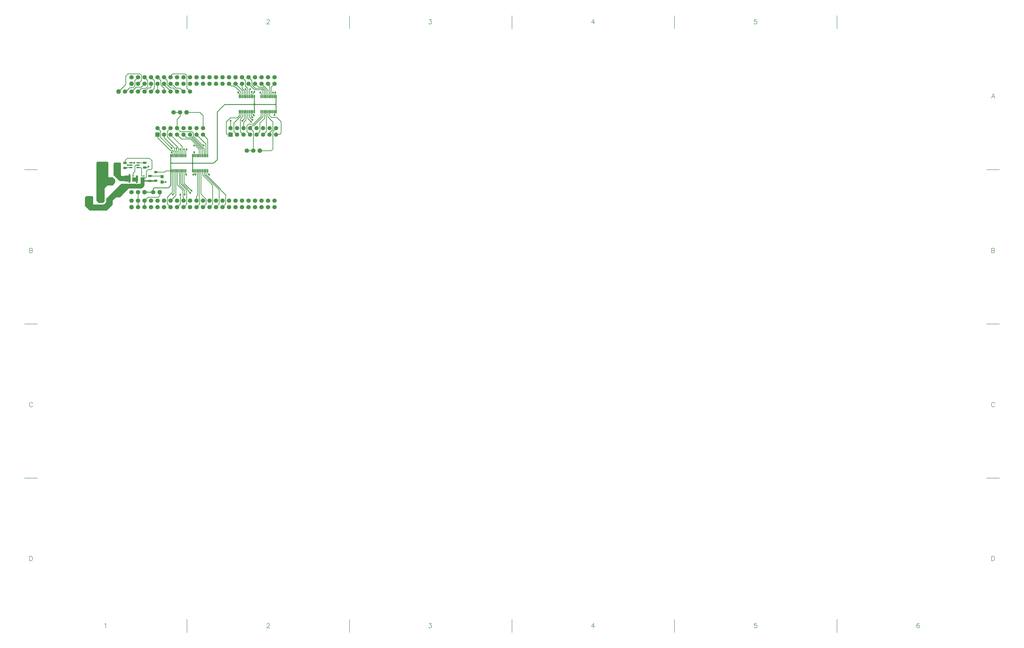
<source format=gtl>
G04*
G04 #@! TF.GenerationSoftware,Altium Limited,Altium Designer,22.10.1 (41)*
G04*
G04 Layer_Physical_Order=1*
G04 Layer_Color=255*
%FSLAX43Y43*%
%MOMM*%
G71*
G04*
G04 #@! TF.SameCoordinates,A9E92A4C-3054-4B5A-B43F-CED4EE29FA58*
G04*
G04*
G04 #@! TF.FilePolarity,Positive*
G04*
G01*
G75*
%ADD10C,0.250*%
%ADD15C,0.127*%
%ADD16C,0.178*%
%ADD17R,0.660X0.420*%
%ADD18R,0.650X0.420*%
G04:AMPARAMS|DCode=19|XSize=1.4mm|YSize=0.9mm|CornerRadius=0.225mm|HoleSize=0mm|Usage=FLASHONLY|Rotation=180.000|XOffset=0mm|YOffset=0mm|HoleType=Round|Shape=RoundedRectangle|*
%AMROUNDEDRECTD19*
21,1,1.400,0.450,0,0,180.0*
21,1,0.950,0.900,0,0,180.0*
1,1,0.450,-0.475,0.225*
1,1,0.450,0.475,0.225*
1,1,0.450,0.475,-0.225*
1,1,0.450,-0.475,-0.225*
%
%ADD19ROUNDEDRECTD19*%
%ADD20R,1.150X0.550*%
%ADD21O,0.450X1.450*%
%ADD22R,1.200X0.900*%
%ADD23R,1.200X1.200*%
%ADD24R,0.762X0.305*%
%ADD41C,0.350*%
%ADD42C,0.500*%
%ADD43C,2.000*%
%ADD44C,1.700*%
%ADD45P,1.840X8X22.5*%
%ADD46C,1.676*%
%ADD47R,1.676X1.676*%
%ADD48C,2.200*%
%ADD49O,2.500X5.000*%
%ADD50O,2.500X4.500*%
%ADD51O,4.500X2.500*%
%ADD52C,0.700*%
G36*
X76379Y42037D02*
X76029Y41512D01*
X76025Y41578D01*
X76015Y41638D01*
X75997Y41690D01*
X75973Y41736D01*
X75941Y41775D01*
X75903Y41806D01*
X75857Y41831D01*
X75805Y41848D01*
X75746Y41859D01*
X75679Y41862D01*
X75679Y42212D01*
X75746Y42215D01*
X75805Y42226D01*
X75857Y42243D01*
X75903Y42268D01*
X75941Y42299D01*
X75973Y42338D01*
X75997Y42383D01*
X76015Y42436D01*
X76025Y42495D01*
X76029Y42562D01*
X76379Y42037D01*
X76379Y42037D02*
G37*
G36*
X67873Y42495D02*
X67884Y42436D01*
X67901Y42383D01*
X67926Y42338D01*
X67957Y42299D01*
X67996Y42268D01*
X68041Y42243D01*
X68094Y42226D01*
X68154Y42215D01*
X68220Y42212D01*
X68220Y41862D01*
X68154Y41859D01*
X68094Y41848D01*
X68041Y41831D01*
X67996Y41806D01*
X67957Y41775D01*
X67926Y41736D01*
X67901Y41690D01*
X67884Y41638D01*
X67873Y41578D01*
X67870Y41512D01*
X67520Y41512D01*
X67517Y41578D01*
X67506Y41638D01*
X67489Y41690D01*
X67464Y41736D01*
X67433Y41775D01*
X67394Y41806D01*
X67349Y41831D01*
X67296Y41848D01*
X67237Y41859D01*
X67170Y41862D01*
X67170Y42212D01*
X67237Y42215D01*
X67296Y42226D01*
X67349Y42243D01*
X67394Y42268D01*
X67433Y42299D01*
X67464Y42338D01*
X67489Y42383D01*
X67506Y42436D01*
X67517Y42495D01*
X67520Y42562D01*
X67870Y42562D01*
X67873Y42495D01*
X67873Y42495D02*
G37*
G36*
X43736Y19508D02*
X43746Y19449D01*
X43764Y19396D01*
X43788Y19351D01*
X43819Y19312D01*
X43858Y19281D01*
X43903Y19257D01*
X43956Y19239D01*
X44015Y19229D01*
X44082Y19225D01*
X44082Y18875D01*
X44015Y18872D01*
X43956Y18861D01*
X43903Y18844D01*
X43858Y18819D01*
X43819Y18788D01*
X43788Y18749D01*
X43764Y18704D01*
X43746Y18651D01*
X43736Y18591D01*
X43732Y18525D01*
X43382Y18525D01*
X43379Y18591D01*
X43368Y18651D01*
X43350Y18704D01*
X43326Y18749D01*
X43294Y18788D01*
X43256Y18819D01*
X43210Y18844D01*
X43158Y18861D01*
X43098Y18872D01*
X43032Y18875D01*
X43032Y19225D01*
X43098Y19229D01*
X43158Y19239D01*
X43210Y19257D01*
X43256Y19281D01*
X43294Y19312D01*
X43326Y19351D01*
X43350Y19396D01*
X43368Y19449D01*
X43379Y19508D01*
X43382Y19575D01*
X43732Y19575D01*
X43736Y19508D01*
X43736Y19508D02*
G37*
G36*
X35173Y19508D02*
X35183Y19449D01*
X35201Y19396D01*
X35225Y19351D01*
X35257Y19312D01*
X35295Y19281D01*
X35340Y19257D01*
X35393Y19239D01*
X35452Y19229D01*
X35519Y19225D01*
X35519Y18875D01*
X35452Y18872D01*
X35393Y18861D01*
X35340Y18844D01*
X35295Y18819D01*
X35257Y18788D01*
X35225Y18749D01*
X35201Y18704D01*
X35183Y18651D01*
X35173Y18591D01*
X35169Y18525D01*
X34819Y19050D01*
X35169Y19575D01*
X35173Y19508D01*
X35173Y19508D02*
G37*
G36*
X15572Y19016D02*
X15572Y19016D01*
X15572Y14370D01*
X15875Y14067D01*
X15875Y14056D01*
X14911Y12405D01*
X14712Y12380D01*
X12688Y14404D01*
X12688Y14602D01*
X12688Y14602D01*
X12688Y18998D01*
X13029Y19339D01*
X15248Y19339D01*
X15572Y19016D01*
X15572Y19016D02*
G37*
G36*
X22225Y11874D02*
X20066Y11874D01*
X20066Y13462D01*
X21362Y13462D01*
X21362Y14202D01*
X22225Y14202D01*
X22225Y11874D01*
X22225Y11874D02*
G37*
G36*
X19164Y14244D02*
X19344Y14244D01*
X19344Y11874D01*
X19164Y11874D01*
X19164Y11329D01*
X18594Y11329D01*
X18594Y11874D01*
X17514Y11874D01*
X17514Y14244D01*
X18594Y14244D01*
X18595Y14789D01*
X19164Y14789D01*
X19164Y14244D01*
X19164Y14244D02*
G37*
G36*
X23855Y13556D02*
X24486Y13556D01*
X24486Y13462D01*
X24638Y13462D01*
X24638Y11704D01*
X24638Y10017D01*
X23768Y9147D01*
X18586Y9147D01*
X15181Y5742D01*
X13589Y5742D01*
X12319Y4472D01*
X12319Y2794D01*
X10041Y516D01*
X3367Y516D01*
X1524Y2359D01*
X1524Y3048D01*
X1524Y5715D01*
X2032Y6223D01*
X4318Y6223D01*
X4699Y5842D01*
X4699Y3175D01*
X4953Y2921D01*
X8890Y2921D01*
X9779Y3810D01*
X9779Y5207D01*
X15597Y11025D01*
X18583Y11025D01*
X18594Y11023D01*
X18594Y11023D01*
X19164Y11023D01*
X19175Y11025D01*
X21304Y11025D01*
X21348Y10981D01*
X21497Y10896D01*
X21662Y10851D01*
X21833Y10851D01*
X21998Y10896D01*
X22147Y10981D01*
X22190Y11025D01*
X23057Y11025D01*
X23241Y11209D01*
X23241Y13337D01*
X23241Y13456D01*
X23343Y13558D01*
X23855Y13558D01*
X23855Y13556D01*
X23855Y13556D02*
G37*
G36*
X10280Y19679D02*
X10657Y19339D01*
X10652Y18288D01*
X10634Y13620D01*
X10634Y13535D01*
X10725Y13536D01*
X12411Y13536D01*
X13037Y12910D01*
X13037Y11025D01*
X12369Y10357D01*
X10294Y10357D01*
X9199Y9262D01*
X9199Y6665D01*
X9199Y6665D01*
X9199Y4115D01*
X8544Y3460D01*
X6906Y3460D01*
X6825Y3541D01*
X5969Y4397D01*
X5969Y6665D01*
X5969Y6665D01*
X5969Y19304D01*
X6350Y19685D01*
X10280Y19679D01*
X10280Y19679D02*
G37*
%LPC*%
G36*
X13122Y14399D02*
X13291Y14261D01*
X13551Y14121D01*
X13834Y14036D01*
X13978Y14022D01*
X13978Y14389D01*
X13122Y14399D01*
X13122Y14399D02*
G37*
G36*
X14278Y14385D02*
X14278Y14022D01*
X14422Y14036D01*
X14705Y14121D01*
X14965Y14261D01*
X15105Y14376D01*
X14278Y14385D01*
X14278Y14385D02*
G37*
%LPD*%
D10*
X74295Y24003D02*
X74904Y24612D01*
X74904Y31470D01*
X69850Y24003D02*
X74295Y24003D01*
X67310Y24003D02*
X67310Y31496D01*
X64770Y24003D02*
X67310Y24003D01*
X58293Y36830D02*
X60904Y36830D01*
X47625Y30226D02*
X49407Y28444D01*
X49407Y22000D02*
X49407Y28444D01*
X46355Y38989D02*
X47625Y37719D01*
X47625Y32766D02*
X47625Y37719D01*
X48757Y22000D02*
X48757Y26554D01*
X48107Y22000D02*
X48107Y24664D01*
X47429Y26049D02*
X47865Y26049D01*
X47879Y26035D01*
X45085Y30226D02*
X48757Y26554D01*
X43815Y29663D02*
X47429Y26049D01*
X44182Y23368D02*
X44207Y23343D01*
X47457Y22000D02*
X47457Y24607D01*
X46807Y22000D02*
X46807Y24550D01*
X46157Y22000D02*
X46157Y24493D01*
X44657Y25993D02*
X46157Y24493D01*
X44207Y22000D02*
X44207Y23343D01*
X53930Y3130D02*
X53930Y8779D01*
X54430Y8760D02*
X56470Y6720D01*
X51390Y3130D02*
X51390Y10526D01*
X56470Y3130D02*
X56470Y6720D01*
X52705Y1905D02*
X53930Y3130D01*
X55245Y1905D02*
X56470Y3130D01*
X50165Y1905D02*
X51390Y3130D01*
X52644Y4384D02*
X52705Y4445D01*
X49407Y15134D02*
X49407Y16100D01*
X48757Y14659D02*
X48757Y16100D01*
X49407Y15134D02*
X49982Y14559D01*
X48107Y14602D02*
X48107Y16100D01*
X48107Y14602D02*
X53930Y8779D01*
X47457Y14459D02*
X51390Y10526D01*
X48757Y14659D02*
X54430Y8986D01*
X54430Y8760D02*
X54430Y8986D01*
X44857Y14856D02*
X44857Y16100D01*
X47457Y14459D02*
X47457Y16100D01*
X46157Y5105D02*
X46310Y4952D01*
X45085Y6223D02*
X45507Y6645D01*
X46807Y6995D02*
X46807Y16100D01*
X46157Y5105D02*
X46157Y16100D01*
X45085Y4445D02*
X45085Y6223D01*
X45507Y6645D02*
X45507Y16100D01*
X39735Y5828D02*
X40005Y5558D01*
X41230Y3072D02*
X41230Y4952D01*
X40063Y1905D02*
X41230Y3072D01*
X40005Y1905D02*
X40063Y1905D01*
X41218Y4964D02*
X41230Y4952D01*
X40005Y4445D02*
X40005Y5558D01*
X38735Y3175D02*
X38735Y6756D01*
X48850Y3011D02*
X48850Y4952D01*
X47744Y1905D02*
X48850Y3011D01*
X46310Y3130D02*
X46310Y4952D01*
X45085Y1905D02*
X46310Y3130D01*
X47625Y1905D02*
X47744Y1905D01*
X46807Y6995D02*
X48850Y4952D01*
X41021Y14559D02*
X41021Y14681D01*
X39544Y11082D02*
X39544Y16100D01*
X40844Y14858D02*
X40844Y16100D01*
X38244Y15271D02*
X38394Y15121D01*
X40844Y14858D02*
X41021Y14681D01*
X38244Y15271D02*
X38244Y16100D01*
X40194Y11185D02*
X40194Y16100D01*
X37594Y10622D02*
X37594Y16100D01*
X38894Y11025D02*
X38894Y16100D01*
X38394Y10529D02*
X38394Y15121D01*
X43815Y14559D02*
X44207Y14951D01*
X44207Y16100D01*
X44682Y14681D02*
X44857Y14856D01*
X44682Y14559D02*
X44682Y14681D01*
X39735Y5828D02*
X39735Y8481D01*
X40460Y6756D02*
X40460Y8463D01*
X41218Y4964D02*
X41218Y8701D01*
X41718Y8412D02*
X42649Y7481D01*
X43096Y8283D02*
X43184Y8283D01*
X37594Y10622D02*
X39735Y8481D01*
X39544Y11082D02*
X41718Y8908D01*
X38894Y11025D02*
X41218Y8701D01*
X40194Y11185D02*
X43096Y8283D01*
X38394Y10529D02*
X40460Y8463D01*
X41718Y8412D02*
X41718Y8908D01*
X73774Y30340D02*
X73774Y31164D01*
X73660Y30226D02*
X73774Y30340D01*
X76200Y30226D02*
X76399Y30425D01*
X71120Y30226D02*
X72390Y31496D01*
X77653Y30425D02*
X78105Y30877D01*
X76399Y30425D02*
X77653Y30425D01*
X68580Y30226D02*
X69839Y31485D01*
X72390Y31496D02*
X72390Y37267D01*
X74254Y36996D02*
X76415Y36996D01*
X73604Y32822D02*
X73660Y32766D01*
X74873Y32263D02*
X74873Y35236D01*
X73774Y31164D02*
X74873Y32263D01*
X78105Y30877D02*
X78105Y35306D01*
X76415Y36996D02*
X78105Y35306D01*
X72954Y37155D02*
X74873Y35236D01*
X74904Y31470D02*
X76200Y32766D01*
X66040Y32766D02*
X67310Y31496D01*
X64770Y31496D02*
X66040Y30226D01*
X66952Y33790D02*
X67467Y33790D01*
X66040Y32878D02*
X66952Y33790D01*
X66040Y32766D02*
X66040Y32878D01*
X64770Y31496D02*
X64770Y33790D01*
X65397Y34417D01*
X67310Y34417D01*
X75554Y37853D02*
X75554Y39214D01*
X72304Y37353D02*
X72304Y39214D01*
X73604Y37646D02*
X73604Y39214D01*
X71004Y37326D02*
X71004Y39214D01*
X72954Y37155D02*
X72954Y39214D01*
X73604Y37646D02*
X74254Y36996D01*
X72304Y37353D02*
X72390Y37267D01*
X71654Y36602D02*
X71654Y39214D01*
X69839Y34787D02*
X71654Y36602D01*
X67467Y33790D02*
X71004Y37326D01*
X67310Y34417D02*
X70354Y37461D01*
X70354Y39214D01*
X69839Y31485D02*
X69839Y34787D01*
X63145Y37353D02*
X63145Y39214D01*
X62992Y35687D02*
X63795Y36490D01*
X61845Y37771D02*
X61845Y39214D01*
X62495Y37570D02*
X62495Y39214D01*
X60904Y36830D02*
X61845Y37771D01*
X62173Y36381D02*
X63145Y37353D01*
X63795Y36490D02*
X63795Y39214D01*
X66395Y39214D02*
X66437Y39172D01*
X65745Y37204D02*
X66944Y36005D01*
X64445Y36005D02*
X64445Y39214D01*
X66944Y36005D02*
X66978Y36005D01*
X65745Y37204D02*
X65745Y39214D01*
X65095Y36547D02*
X65095Y39214D01*
X65095Y36547D02*
X66437Y35205D01*
X59690Y34765D02*
X62495Y37570D01*
X63500Y32766D02*
X63500Y35060D01*
X64445Y36005D01*
X63373Y30226D02*
X63500Y30226D01*
X59690Y31496D02*
X60960Y30226D01*
X62173Y31426D02*
X62173Y36381D01*
X62173Y31426D02*
X63373Y30226D01*
X59690Y31496D02*
X59690Y34765D01*
X67045Y38296D02*
X67045Y39214D01*
X66437Y37537D02*
X66437Y39172D01*
X67045Y38296D02*
X67570Y37771D01*
X66437Y37537D02*
X66978Y36996D01*
X14605Y47117D02*
X17399Y49911D01*
X29845Y29083D02*
X34795Y24133D01*
X57785Y50165D02*
X58690Y49260D01*
X59498Y49260D01*
X41275Y48387D02*
X42545Y47117D01*
X41275Y48387D02*
X41275Y53340D01*
X34925Y53097D02*
X35287Y53460D01*
X40630Y53985D02*
X41275Y53340D01*
X37022Y48433D02*
X38689Y48433D01*
X35697Y53985D02*
X40630Y53985D01*
X35287Y53575D02*
X35697Y53985D01*
X35287Y53460D02*
X35287Y53575D01*
X34925Y50165D02*
X35755Y49335D01*
X36120Y49335D01*
X37022Y48433D01*
X34838Y48520D02*
X36062Y48520D01*
X37465Y47117D01*
X34925Y47117D02*
X34925Y47233D01*
X38689Y48433D02*
X40005Y47117D01*
X37465Y32766D02*
X37465Y36266D01*
X34925Y30226D02*
X39460Y25691D01*
X32493Y28995D02*
X36480Y25008D01*
X38660Y37461D02*
X38660Y38989D01*
X37465Y36266D02*
X38660Y37461D01*
X36120Y38989D02*
X38660Y38989D01*
X33712Y29384D02*
X37990Y25106D01*
X32385Y52705D02*
X33610Y51480D01*
X33610Y49748D02*
X34838Y48520D01*
X29845Y52705D02*
X31115Y51435D01*
X33610Y49748D02*
X33610Y51480D01*
X31115Y49703D02*
X31115Y51435D01*
X32385Y52705D02*
X32385Y52705D01*
X32385Y49773D02*
X32385Y50165D01*
X29845Y47117D02*
X29845Y50165D01*
X32385Y49773D02*
X34925Y47233D01*
X32385Y47117D02*
X32385Y48433D01*
X31115Y49703D02*
X32385Y48433D01*
X34925Y52705D02*
X34925Y53097D01*
X38792Y31439D02*
X43237Y31439D01*
X37465Y32766D02*
X38792Y31439D01*
X33712Y31553D02*
X34925Y32766D01*
X33712Y29384D02*
X33712Y31553D01*
X35348Y24866D02*
X35369Y24866D01*
X29845Y32766D02*
X31062Y31549D01*
X31062Y29151D02*
X31062Y31549D01*
X29845Y29083D02*
X29845Y30226D01*
X32493Y28995D02*
X32493Y30118D01*
X31062Y29151D02*
X35348Y24866D01*
X32385Y30226D02*
X32493Y30118D01*
X44249Y25993D02*
X44657Y25993D01*
X44207Y26035D02*
X44249Y25993D01*
X41218Y29013D02*
X43051Y29013D01*
X37465Y30226D02*
X39178Y28513D01*
X43815Y29663D02*
X43815Y30861D01*
X40005Y30226D02*
X41218Y29013D01*
X39178Y28513D02*
X42844Y28513D01*
X43237Y31439D02*
X43815Y30861D01*
X36944Y6464D02*
X36944Y16100D01*
X33655Y3175D02*
X33655Y5742D01*
X35644Y7731D02*
X35644Y16100D01*
X36294Y7295D02*
X36294Y16100D01*
X35755Y6756D02*
X36294Y7295D01*
X34925Y4445D02*
X36944Y6464D01*
X33655Y3175D02*
X34925Y1905D01*
X22225Y1905D02*
X22225Y4445D01*
X20314Y12734D02*
X20314Y13384D01*
X26924Y14031D02*
X31377Y14031D01*
X24765Y1905D02*
X24765Y4445D01*
X37465Y1905D02*
X38735Y3175D01*
X33147Y16100D02*
X34994Y16100D01*
X29210Y15581D02*
X32628Y15581D01*
X31625Y11684D02*
X32953Y11684D01*
X32628Y15581D02*
X33147Y16100D01*
X31377Y14031D02*
X31625Y13784D01*
X30734Y6229D02*
X30734Y7747D01*
X33655Y5742D02*
X35644Y7731D01*
X22245Y4465D02*
X22245Y7747D01*
X30280Y5775D02*
X30734Y6229D01*
X22225Y4445D02*
X22245Y4465D01*
X26095Y5775D02*
X30280Y5775D01*
X24765Y4445D02*
X26095Y5775D01*
X22977Y53985D02*
X23495Y53467D01*
X23495Y51435D02*
X23495Y53467D01*
X17399Y49911D02*
X17399Y53086D01*
X18298Y53985D02*
X22977Y53985D01*
X17399Y53086D02*
X18298Y53985D01*
X27669Y17009D02*
X27669Y20046D01*
X25126Y17346D02*
X25835Y17346D01*
X25466Y15917D02*
X26185Y16636D01*
X23622Y14202D02*
X23622Y17090D01*
X26677Y21038D02*
X27669Y20046D01*
X23622Y14202D02*
X23768Y14056D01*
X27296Y16636D02*
X27669Y17009D01*
X23768Y14056D02*
X24486Y14056D01*
X26185Y16636D02*
X27296Y16636D01*
X25835Y17346D02*
X26285Y17796D01*
X20975Y15836D02*
X20975Y17978D01*
X19466Y19246D02*
X20809Y19246D01*
X21293Y18296D02*
X22266Y18296D01*
X20975Y17978D02*
X21293Y18296D01*
X26990Y48520D02*
X27305Y48835D01*
X27305Y52705D02*
X28575Y51435D01*
X28575Y48387D02*
X28575Y51435D01*
X27305Y48835D02*
X27305Y50165D01*
X20374Y48635D02*
X21000Y49261D01*
X27305Y47117D02*
X28575Y48387D01*
X25273Y48387D02*
X25990Y49104D01*
X19685Y47117D02*
X21455Y48887D01*
X23487Y48887D02*
X24765Y50165D01*
X25990Y49104D02*
X25990Y51480D01*
X21455Y48887D02*
X23487Y48887D01*
X24765Y52705D02*
X25990Y51480D01*
X21000Y51480D02*
X22225Y52705D01*
X22225Y50165D02*
X23495Y51435D01*
X21000Y49261D02*
X21000Y51480D01*
X20314Y14034D02*
X20314Y15175D01*
X20975Y15836D01*
X22266Y19246D02*
X25126Y19246D01*
X22266Y17346D02*
X23366Y17346D01*
X23622Y17090D01*
X18057Y21038D02*
X26677Y21038D01*
X17188Y20170D02*
X18057Y21038D01*
X17188Y19119D02*
X17188Y20170D01*
X18269Y18296D02*
X19466Y18296D01*
X17315Y17346D02*
X19466Y17346D01*
X17188Y17219D02*
X17315Y17346D01*
X18917Y48635D02*
X20374Y48635D01*
X23495Y48387D02*
X25273Y48387D01*
X26168Y48520D02*
X26990Y48520D01*
X17399Y47117D02*
X18917Y48635D01*
X24765Y47117D02*
X26168Y48520D01*
X22225Y47117D02*
X23495Y48387D01*
X17145Y47117D02*
X17399Y47117D01*
X41200Y38989D02*
X46355Y38989D01*
X56715Y35252D02*
X58293Y36830D01*
X58420Y32766D02*
X58420Y35687D01*
X56715Y30606D02*
X57095Y30226D01*
X56715Y30606D02*
X56715Y35252D01*
X57095Y30226D02*
X58420Y30226D01*
X34795Y24133D02*
X35652Y24133D01*
X36480Y24012D02*
X36480Y25008D01*
X37205Y23994D02*
X37205Y24866D01*
X43051Y29013D02*
X47457Y24607D01*
X40844Y24133D02*
X41169Y24458D01*
X38735Y23934D02*
X38735Y24458D01*
X38735Y23934D02*
X38894Y23775D01*
X42844Y28513D02*
X46807Y24550D01*
X39460Y23862D02*
X39544Y23778D01*
X37990Y23934D02*
X37990Y25106D01*
X42545Y30226D02*
X48107Y24664D01*
X40194Y22000D02*
X40194Y24458D01*
X39460Y23862D02*
X39460Y25691D01*
X40844Y22000D02*
X40844Y24133D01*
X39544Y22000D02*
X39544Y23778D01*
X38894Y22000D02*
X38894Y23775D01*
X38244Y22000D02*
X38244Y23680D01*
X35638Y22006D02*
X35638Y23001D01*
X35652Y24133D02*
X36294Y23491D01*
X37990Y23934D02*
X38244Y23680D01*
X37205Y23994D02*
X37594Y23605D01*
X36480Y24012D02*
X36944Y23548D01*
X35363Y23277D02*
X35363Y23362D01*
X35363Y23277D02*
X35638Y23001D01*
X37594Y22000D02*
X37594Y23605D01*
X36944Y22000D02*
X36944Y23548D01*
X36294Y22000D02*
X36294Y23491D01*
X65405Y50165D02*
X67740Y47830D01*
X66675Y49703D02*
X68048Y48330D01*
X66675Y49703D02*
X66675Y51435D01*
X65405Y52705D02*
X66675Y51435D01*
X62865Y52705D02*
X64135Y51435D01*
X64135Y49270D02*
X64135Y51435D01*
X73025Y49979D02*
X73025Y50165D01*
X67740Y47830D02*
X70635Y47830D01*
X71004Y47461D01*
X71053Y48835D02*
X72304Y47584D01*
X70485Y50165D02*
X72954Y47696D01*
X70851Y48330D02*
X71654Y47527D01*
X68048Y48330D02*
X70851Y48330D01*
X69275Y48835D02*
X71053Y48835D01*
X73025Y49979D02*
X73604Y49401D01*
X67945Y50165D02*
X69275Y48835D01*
X67695Y46985D02*
X67695Y46990D01*
X66675Y46914D02*
X66675Y46990D01*
X66395Y46634D02*
X66675Y46914D01*
X65745Y47665D02*
X66040Y47960D01*
X69965Y46703D02*
X70354Y46314D01*
X61845Y45114D02*
X61845Y46223D01*
X62865Y48332D02*
X62865Y50165D01*
X62495Y45114D02*
X62495Y46711D01*
X60325Y50165D02*
X63145Y47345D01*
X61357Y46711D02*
X61845Y46223D01*
X75554Y45114D02*
X75554Y45958D01*
X65095Y45114D02*
X65095Y48310D01*
X59498Y49260D02*
X59818Y48940D01*
X59498Y49260D02*
X59498Y49260D01*
X60266Y48940D02*
X62495Y46711D01*
X59818Y48940D02*
X60266Y48940D01*
X63795Y45114D02*
X63795Y47400D01*
X64135Y49270D02*
X65095Y48310D01*
X64445Y45114D02*
X64445Y47709D01*
X64270Y47884D02*
X64445Y47709D01*
X63645Y47550D02*
X63645Y47552D01*
X62865Y48332D02*
X63645Y47552D01*
X63145Y45114D02*
X63145Y47345D01*
X63645Y47550D02*
X63795Y47400D01*
X64270Y47884D02*
X64270Y48006D01*
X75819Y46223D02*
X75819Y46703D01*
X74912Y46087D02*
X74979Y46154D01*
X75554Y45958D02*
X75819Y46223D01*
X74254Y48854D02*
X75565Y50165D01*
X74979Y46154D02*
X74979Y46711D01*
X74254Y45114D02*
X74254Y48854D01*
X74912Y45122D02*
X74912Y46087D01*
X73604Y45114D02*
X73604Y49401D01*
X72954Y45114D02*
X72954Y47696D01*
X72304Y45114D02*
X72304Y47584D01*
X71654Y45114D02*
X71654Y47527D01*
X71004Y45114D02*
X71004Y47461D01*
X65745Y45114D02*
X65745Y47665D01*
X66040Y47960D02*
X66040Y48006D01*
X67045Y45114D02*
X67045Y46335D01*
X66395Y45114D02*
X66395Y46634D01*
X67045Y46335D02*
X67695Y46985D01*
X70354Y45114D02*
X70354Y46314D01*
X25466Y13655D02*
X25466Y15917D01*
X25217Y13406D02*
X25466Y13655D01*
X24486Y13406D02*
X25217Y13406D01*
X24486Y13301D02*
X24486Y13406D01*
X20314Y12734D02*
X21720Y12734D01*
X21720Y13384D02*
X21742Y13406D01*
X20314Y13384D02*
X21720Y13384D01*
X21720Y12734D02*
X21742Y12756D01*
X20314Y12084D02*
X20314Y12734D01*
X20314Y12084D02*
X21720Y12084D01*
X21747Y11501D02*
X21747Y11978D01*
X21742Y13406D02*
X21742Y14056D01*
D15*
X41400Y-164500D02*
X41400Y-159420D01*
X-22100Y-104175D02*
X-17020Y-104175D01*
X-22100Y-43850D02*
X-17020Y-43850D01*
X-22100Y16475D02*
X-17020Y16475D01*
X104900Y-164500D02*
X104900Y-159420D01*
X168400Y-164500D02*
X168400Y-159420D01*
X231900Y-164500D02*
X231900Y-159420D01*
X295400Y-164500D02*
X295400Y-159420D01*
X353820Y-104175D02*
X358900Y-104175D01*
X353820Y-43850D02*
X358900Y-43850D01*
X353820Y16475D02*
X358900Y16475D01*
X41400Y71720D02*
X41400Y76800D01*
X104900Y71720D02*
X104900Y76800D01*
X168400Y71720D02*
X168400Y76800D01*
X231900Y71720D02*
X231900Y76800D01*
X295400Y71720D02*
X295400Y76800D01*
D16*
X327582Y-161198D02*
X327497Y-161029D01*
X327243Y-160944D01*
X327074Y-160944D01*
X326820Y-161029D01*
X326650Y-161283D01*
X326566Y-161706D01*
X326566Y-162129D01*
X326650Y-162468D01*
X326820Y-162637D01*
X327074Y-162722D01*
X327158Y-162722D01*
X327412Y-162637D01*
X327582Y-162468D01*
X327666Y-162214D01*
X327666Y-162129D01*
X327582Y-161876D01*
X327412Y-161706D01*
X327158Y-161622D01*
X327074Y-161622D01*
X326820Y-161706D01*
X326650Y-161876D01*
X326566Y-162129D01*
X263955Y-160944D02*
X263108Y-160944D01*
X263023Y-161706D01*
X263108Y-161622D01*
X263362Y-161537D01*
X263616Y-161537D01*
X263870Y-161622D01*
X264039Y-161791D01*
X264124Y-162045D01*
X264124Y-162214D01*
X264039Y-162468D01*
X263870Y-162637D01*
X263616Y-162722D01*
X263362Y-162722D01*
X263108Y-162637D01*
X263023Y-162553D01*
X262939Y-162383D01*
X200311Y-160944D02*
X199464Y-162129D01*
X200734Y-162129D01*
X200311Y-160944D02*
X200311Y-162722D01*
X135964Y-160944D02*
X136896Y-160944D01*
X136388Y-161622D01*
X136642Y-161622D01*
X136811Y-161706D01*
X136896Y-161791D01*
X136980Y-162045D01*
X136980Y-162214D01*
X136896Y-162468D01*
X136726Y-162637D01*
X136472Y-162722D01*
X136218Y-162722D01*
X135964Y-162637D01*
X135880Y-162553D01*
X135795Y-162383D01*
X72650Y-161368D02*
X72650Y-161283D01*
X72735Y-161114D01*
X72820Y-161029D01*
X72989Y-160944D01*
X73328Y-160944D01*
X73497Y-161029D01*
X73582Y-161114D01*
X73666Y-161283D01*
X73666Y-161452D01*
X73582Y-161622D01*
X73412Y-161876D01*
X72566Y-162722D01*
X73751Y-162722D01*
X9176Y-161283D02*
X9345Y-161198D01*
X9599Y-160944D01*
X9599Y-162722D01*
X-20195Y-134732D02*
X-20195Y-136509D01*
X-20195Y-134732D02*
X-19602Y-134732D01*
X-19348Y-134816D01*
X-19179Y-134986D01*
X-19095Y-135155D01*
X-19010Y-135409D01*
X-19010Y-135832D01*
X-19095Y-136086D01*
X-19179Y-136255D01*
X-19348Y-136425D01*
X-19602Y-136509D01*
X-20195Y-136509D01*
X-18925Y-74957D02*
X-19010Y-74788D01*
X-19179Y-74618D01*
X-19348Y-74534D01*
X-19687Y-74534D01*
X-19856Y-74618D01*
X-20026Y-74788D01*
X-20110Y-74957D01*
X-20195Y-75211D01*
X-20195Y-75634D01*
X-20110Y-75888D01*
X-20026Y-76057D01*
X-19856Y-76227D01*
X-19687Y-76311D01*
X-19348Y-76311D01*
X-19179Y-76227D01*
X-19010Y-76057D01*
X-18925Y-75888D01*
X-20195Y-14209D02*
X-20195Y-15986D01*
X-20195Y-14209D02*
X-19433Y-14209D01*
X-19179Y-14293D01*
X-19095Y-14378D01*
X-19010Y-14547D01*
X-19010Y-14716D01*
X-19095Y-14886D01*
X-19179Y-14970D01*
X-19433Y-15055D01*
X-20195Y-15055D02*
X-19433Y-15055D01*
X-19179Y-15140D01*
X-19095Y-15224D01*
X-19010Y-15394D01*
X-19010Y-15648D01*
X-19095Y-15817D01*
X-19179Y-15902D01*
X-19433Y-15986D01*
X-20195Y-15986D01*
X355725Y-134732D02*
X355725Y-136509D01*
X355725Y-134732D02*
X356318Y-134732D01*
X356572Y-134816D01*
X356741Y-134986D01*
X356825Y-135155D01*
X356910Y-135409D01*
X356910Y-135832D01*
X356825Y-136086D01*
X356741Y-136255D01*
X356572Y-136425D01*
X356318Y-136509D01*
X355725Y-136509D01*
X356995Y-74957D02*
X356910Y-74788D01*
X356741Y-74618D01*
X356572Y-74534D01*
X356233Y-74534D01*
X356064Y-74618D01*
X355894Y-74788D01*
X355810Y-74957D01*
X355725Y-75211D01*
X355725Y-75634D01*
X355810Y-75888D01*
X355894Y-76057D01*
X356064Y-76227D01*
X356233Y-76311D01*
X356572Y-76311D01*
X356741Y-76227D01*
X356910Y-76057D01*
X356995Y-75888D01*
X355725Y-14209D02*
X355725Y-15986D01*
X355725Y-14209D02*
X356487Y-14209D01*
X356741Y-14293D01*
X356825Y-14378D01*
X356910Y-14547D01*
X356910Y-14716D01*
X356825Y-14886D01*
X356741Y-14970D01*
X356487Y-15055D01*
X355725Y-15055D02*
X356487Y-15055D01*
X356741Y-15140D01*
X356825Y-15224D01*
X356910Y-15394D01*
X356910Y-15648D01*
X356825Y-15817D01*
X356741Y-15902D01*
X356487Y-15986D01*
X355725Y-15986D01*
X357079Y44466D02*
X356402Y46243D01*
X355725Y44466D01*
X355979Y45058D02*
X356825Y45058D01*
X263955Y75276D02*
X263108Y75276D01*
X263023Y74514D01*
X263108Y74598D01*
X263362Y74683D01*
X263616Y74683D01*
X263870Y74598D01*
X264039Y74429D01*
X264124Y74175D01*
X264124Y74006D01*
X264039Y73752D01*
X263870Y73583D01*
X263616Y73498D01*
X263362Y73498D01*
X263108Y73583D01*
X263023Y73667D01*
X262939Y73837D01*
X200311Y75276D02*
X199464Y74091D01*
X200734Y74091D01*
X200311Y75276D02*
X200311Y73498D01*
X135964Y75276D02*
X136896Y75276D01*
X136388Y74598D01*
X136642Y74598D01*
X136811Y74514D01*
X136896Y74429D01*
X136980Y74175D01*
X136980Y74006D01*
X136896Y73752D01*
X136726Y73583D01*
X136472Y73498D01*
X136218Y73498D01*
X135964Y73583D01*
X135880Y73667D01*
X135795Y73837D01*
X72650Y74852D02*
X72650Y74937D01*
X72735Y75106D01*
X72820Y75191D01*
X72989Y75276D01*
X73328Y75276D01*
X73497Y75191D01*
X73582Y75106D01*
X73666Y74937D01*
X73666Y74768D01*
X73582Y74598D01*
X73412Y74344D01*
X72566Y73498D01*
X73751Y73498D01*
D17*
X20314Y12084D02*
D03*
X20314Y12734D02*
D03*
X20314Y13384D02*
D03*
X20314Y14034D02*
D03*
D18*
X17369Y14034D02*
D03*
X17369Y13384D02*
D03*
X17369Y12734D02*
D03*
X17369Y12084D02*
D03*
D19*
X24841Y19246D02*
D03*
X24841Y17346D02*
D03*
X17188Y19119D02*
D03*
X17188Y17219D02*
D03*
X26924Y12131D02*
D03*
X26924Y14031D02*
D03*
D20*
X19466Y19246D02*
D03*
X19466Y18296D02*
D03*
X19466Y17346D02*
D03*
X22266Y17346D02*
D03*
X22266Y18296D02*
D03*
X22266Y19246D02*
D03*
D21*
X76204Y45114D02*
D03*
X75554Y45114D02*
D03*
X74904Y45114D02*
D03*
X74254Y45114D02*
D03*
X73604Y45114D02*
D03*
X72954Y45114D02*
D03*
X72304Y45114D02*
D03*
X71654Y45114D02*
D03*
X71004Y45114D02*
D03*
X70354Y45114D02*
D03*
X76204Y39214D02*
D03*
X75554Y39214D02*
D03*
X74904Y39214D02*
D03*
X74254Y39214D02*
D03*
X73604Y39214D02*
D03*
X72954Y39214D02*
D03*
X72304Y39214D02*
D03*
X71654Y39214D02*
D03*
X71004Y39214D02*
D03*
X70354Y39214D02*
D03*
X61845Y39214D02*
D03*
X62495Y39214D02*
D03*
X63145Y39214D02*
D03*
X63795Y39214D02*
D03*
X64445Y39214D02*
D03*
X65095Y39214D02*
D03*
X65745Y39214D02*
D03*
X66395Y39214D02*
D03*
X67045Y39214D02*
D03*
X67695Y39214D02*
D03*
X61845Y45114D02*
D03*
X62495Y45114D02*
D03*
X63145Y45114D02*
D03*
X63795Y45114D02*
D03*
X64445Y45114D02*
D03*
X65095Y45114D02*
D03*
X65745Y45114D02*
D03*
X66395Y45114D02*
D03*
X67045Y45114D02*
D03*
X67695Y45114D02*
D03*
X40844Y22000D02*
D03*
X40194Y22000D02*
D03*
X39544Y22000D02*
D03*
X38894Y22000D02*
D03*
X38244Y22000D02*
D03*
X37594Y22000D02*
D03*
X36944Y22000D02*
D03*
X36294Y22000D02*
D03*
X35644Y22000D02*
D03*
X34994Y22000D02*
D03*
X40844Y16100D02*
D03*
X40194Y16100D02*
D03*
X39544Y16100D02*
D03*
X38894Y16100D02*
D03*
X38244Y16100D02*
D03*
X37594Y16100D02*
D03*
X36944Y16100D02*
D03*
X36294Y16100D02*
D03*
X35644Y16100D02*
D03*
X34994Y16100D02*
D03*
X43557Y16100D02*
D03*
X44207Y16100D02*
D03*
X44857Y16100D02*
D03*
X45507Y16100D02*
D03*
X46157Y16100D02*
D03*
X46807Y16100D02*
D03*
X47457Y16100D02*
D03*
X48107Y16100D02*
D03*
X48757Y16100D02*
D03*
X49407Y16100D02*
D03*
X43557Y22000D02*
D03*
X44207Y22000D02*
D03*
X44857Y22000D02*
D03*
X45507Y22000D02*
D03*
X46157Y22000D02*
D03*
X46807Y22000D02*
D03*
X47457Y22000D02*
D03*
X48107Y22000D02*
D03*
X48757Y22000D02*
D03*
X49407Y22000D02*
D03*
D22*
X29210Y12181D02*
D03*
X29210Y15581D02*
D03*
D23*
X31625Y11684D02*
D03*
X31625Y13784D02*
D03*
D24*
X24486Y12106D02*
D03*
X24486Y12756D02*
D03*
X24486Y13406D02*
D03*
X24486Y14056D02*
D03*
X21742Y14056D02*
D03*
X21742Y13406D02*
D03*
X21742Y12756D02*
D03*
X21742Y12106D02*
D03*
D41*
X56126Y42037D02*
X67695Y42037D01*
X43557Y19050D02*
X51816Y19050D01*
X43557Y16100D02*
X43557Y19050D01*
X53213Y20447D02*
X53213Y39124D01*
X51816Y19050D02*
X53213Y20447D01*
X34127Y9406D02*
X34994Y10273D01*
X43557Y19050D02*
X43557Y22000D01*
X34994Y19050D02*
X43557Y19050D01*
X34994Y16100D02*
X34994Y19050D01*
X34994Y22000D01*
X34994Y10273D02*
X34994Y16100D01*
X28615Y9406D02*
X34127Y9406D01*
X53213Y39124D02*
X56126Y42037D01*
X76204Y42037D02*
X76204Y45114D01*
X76204Y39214D02*
X76204Y42037D01*
X67695Y42037D02*
X76204Y42037D01*
X67695Y39214D02*
X67695Y42037D01*
X67695Y45114D01*
X24785Y7747D02*
X28194Y7747D01*
X28194Y7747D02*
X28194Y8985D01*
X28615Y9406D01*
D42*
X29160Y12131D02*
X29210Y12181D01*
X26924Y12131D02*
X29160Y12131D01*
X26899Y12106D02*
X26924Y12131D01*
X26439Y12106D02*
X26899Y12106D01*
X24486Y12106D02*
X26439Y12106D01*
X24486Y12756D02*
X24486Y13301D01*
X24490Y12110D02*
X24490Y12752D01*
X9906Y762D02*
X11684Y2540D01*
X3088Y1484D02*
X3088Y4572D01*
X3088Y1484D02*
X3810Y762D01*
X11684Y2540D02*
X11684Y4064D01*
X13589Y5969D01*
X3810Y762D02*
X9906Y762D01*
X18786Y9642D02*
X23691Y9642D01*
X15113Y5969D02*
X18786Y9642D01*
X13589Y5969D02*
X15113Y5969D01*
X24490Y10441D02*
X24490Y12008D01*
X23691Y9642D02*
X24490Y10441D01*
D43*
X14128Y14362D02*
X14128Y16764D01*
X15431Y13059D02*
X17888Y13059D01*
X14128Y14362D02*
X15431Y13059D01*
D44*
X75565Y52705D02*
D03*
X75565Y50165D02*
D03*
X73025Y52705D02*
D03*
X73025Y50165D02*
D03*
X70485Y52705D02*
D03*
X70485Y50165D02*
D03*
X67945Y52705D02*
D03*
X67945Y50165D02*
D03*
X65405Y52705D02*
D03*
X65405Y50165D02*
D03*
X62865Y52705D02*
D03*
X62865Y50165D02*
D03*
X60325Y52705D02*
D03*
X60325Y50165D02*
D03*
X57785Y52705D02*
D03*
X57785Y50165D02*
D03*
X55245Y52705D02*
D03*
X55245Y50165D02*
D03*
X52705Y52705D02*
D03*
X52705Y50165D02*
D03*
X50165Y52705D02*
D03*
X50165Y50165D02*
D03*
X47625Y52705D02*
D03*
X47625Y50165D02*
D03*
X45085Y52705D02*
D03*
X45085Y50165D02*
D03*
X42545Y52705D02*
D03*
X42545Y50165D02*
D03*
X40005Y52705D02*
D03*
X40005Y50165D02*
D03*
X37465Y52705D02*
D03*
X37465Y50165D02*
D03*
X34925Y52705D02*
D03*
X34925Y50165D02*
D03*
X32385Y52705D02*
D03*
X32385Y50165D02*
D03*
X29845Y52705D02*
D03*
X29845Y50165D02*
D03*
X27305Y52705D02*
D03*
X27305Y50165D02*
D03*
X22225Y52705D02*
D03*
X22225Y50165D02*
D03*
X19685Y52705D02*
D03*
X24765Y50165D02*
D03*
X24765Y52705D02*
D03*
X64770Y24003D02*
D03*
X67310Y24003D02*
D03*
X36120Y38989D02*
D03*
X38660Y38989D02*
D03*
X42545Y47117D02*
D03*
X40005Y47117D02*
D03*
X34925Y47117D02*
D03*
X29845Y47117D02*
D03*
X19685Y47117D02*
D03*
X32385Y47117D02*
D03*
X22225Y47117D02*
D03*
X37465Y47117D02*
D03*
X17145Y47117D02*
D03*
X24765Y47117D02*
D03*
X27305Y47117D02*
D03*
X75565Y4445D02*
D03*
X75565Y1905D02*
D03*
X73025Y4445D02*
D03*
X73025Y1905D02*
D03*
X70485Y4445D02*
D03*
X70485Y1905D02*
D03*
X67945Y4445D02*
D03*
X67945Y1905D02*
D03*
X65405Y4445D02*
D03*
X65405Y1905D02*
D03*
X62865Y4445D02*
D03*
X62865Y1905D02*
D03*
X60325Y4445D02*
D03*
X60325Y1905D02*
D03*
X57785Y4445D02*
D03*
X57785Y1905D02*
D03*
X55245Y4445D02*
D03*
X55245Y1905D02*
D03*
X52705Y4445D02*
D03*
X52705Y1905D02*
D03*
X50165Y4445D02*
D03*
X50165Y1905D02*
D03*
X47625Y4445D02*
D03*
X47625Y1905D02*
D03*
X45085Y4445D02*
D03*
X45085Y1905D02*
D03*
X42545Y4445D02*
D03*
X42545Y1905D02*
D03*
X40005Y4445D02*
D03*
X40005Y1905D02*
D03*
X37465Y4445D02*
D03*
X37465Y1905D02*
D03*
X34925Y4445D02*
D03*
X34925Y1905D02*
D03*
X32385Y4445D02*
D03*
X32385Y1905D02*
D03*
X29845Y4445D02*
D03*
X29845Y1905D02*
D03*
X27305Y4445D02*
D03*
X27305Y1905D02*
D03*
X22225Y4445D02*
D03*
X22225Y1905D02*
D03*
X19685Y4445D02*
D03*
X24765Y1905D02*
D03*
X24765Y4445D02*
D03*
X28194Y7747D02*
D03*
X19705Y7747D02*
D03*
X22245Y7747D02*
D03*
D45*
X19685Y50165D02*
D03*
X69850Y24003D02*
D03*
X41200Y38989D02*
D03*
X14605Y47117D02*
D03*
X19685Y1905D02*
D03*
X30734Y7747D02*
D03*
X24785Y7747D02*
D03*
D46*
X58420Y32766D02*
D03*
X60960Y30226D02*
D03*
X60960Y32766D02*
D03*
X76200Y32766D02*
D03*
X76200Y30226D02*
D03*
X73660Y30226D02*
D03*
X73660Y32766D02*
D03*
X66040Y30226D02*
D03*
X66040Y32766D02*
D03*
X63500Y30226D02*
D03*
X63500Y32766D02*
D03*
X71120Y30226D02*
D03*
X71120Y32766D02*
D03*
X68580Y30226D02*
D03*
X68580Y32766D02*
D03*
X40005Y32766D02*
D03*
X40005Y30226D02*
D03*
X42545Y32766D02*
D03*
X42545Y30226D02*
D03*
X34925Y32766D02*
D03*
X34925Y30226D02*
D03*
X37465Y32766D02*
D03*
X37465Y30226D02*
D03*
X45085Y32766D02*
D03*
X45085Y30226D02*
D03*
X47625Y30226D02*
D03*
X47625Y32766D02*
D03*
X32385Y32766D02*
D03*
X32385Y30226D02*
D03*
X29845Y32766D02*
D03*
D47*
X58420Y30226D02*
D03*
X29845Y30226D02*
D03*
D48*
X8088Y4572D02*
D03*
X3088Y4572D02*
D03*
D49*
X14128Y16764D02*
D03*
D50*
X8128Y16764D02*
D03*
D51*
X11128Y12064D02*
D03*
D52*
X75554Y37853D02*
D03*
X74979Y46711D02*
D03*
X75819Y46703D02*
D03*
X67695Y46990D02*
D03*
X66675Y46990D02*
D03*
X69965Y46703D02*
D03*
X66978Y36005D02*
D03*
X66978Y36996D02*
D03*
X67570Y37771D02*
D03*
X58420Y35687D02*
D03*
X61357Y46711D02*
D03*
X62992Y35687D02*
D03*
X66040Y48006D02*
D03*
X64270Y48006D02*
D03*
X47879Y26035D02*
D03*
X66437Y35205D02*
D03*
X35369Y23368D02*
D03*
X35369Y24866D02*
D03*
X37205Y24866D02*
D03*
X40194Y24458D02*
D03*
X41169Y24458D02*
D03*
X38735Y24458D02*
D03*
X44207Y26035D02*
D03*
X44182Y23368D02*
D03*
X8735Y9642D02*
D03*
X8735Y7874D02*
D03*
X8735Y6223D02*
D03*
X8650Y11770D02*
D03*
X8636Y13160D02*
D03*
X32953Y11684D02*
D03*
X21747Y11501D02*
D03*
X35755Y6756D02*
D03*
X6350Y11704D02*
D03*
X6350Y14371D02*
D03*
X6350Y9582D02*
D03*
X6350Y7747D02*
D03*
X6350Y6229D02*
D03*
X6350Y13059D02*
D03*
X43184Y8283D02*
D03*
X43815Y14559D02*
D03*
X38735Y6756D02*
D03*
X40460Y6756D02*
D03*
X44682Y14559D02*
D03*
X41021Y14559D02*
D03*
X42649Y7481D02*
D03*
X49982Y14559D02*
D03*
X10128Y15836D02*
D03*
X18269Y18296D02*
D03*
X10128Y17346D02*
D03*
X10128Y19017D02*
D03*
X6350Y19016D02*
D03*
X6350Y17346D02*
D03*
X6350Y15764D02*
D03*
X10128Y14448D02*
D03*
X26285Y17796D02*
D03*
X20809Y19246D02*
D03*
M02*

</source>
